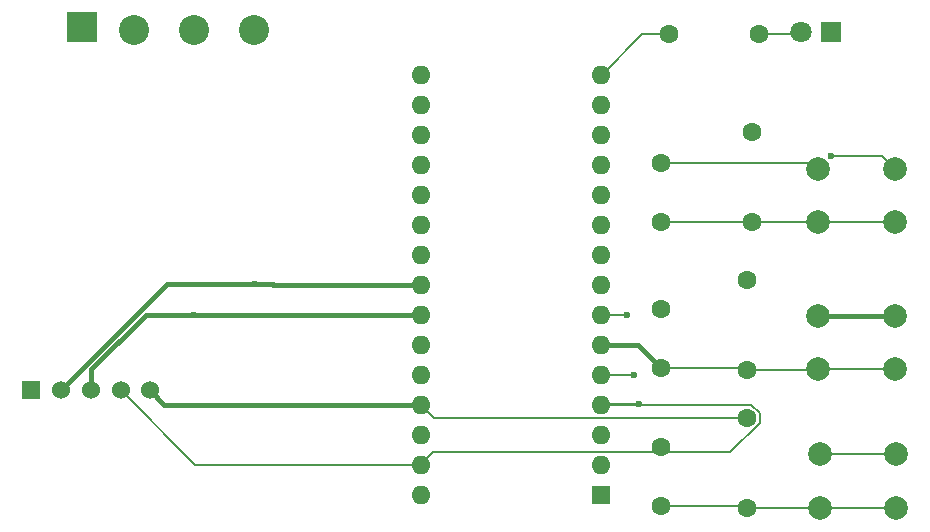
<source format=gbr>
G04 #@! TF.GenerationSoftware,KiCad,Pcbnew,9.0.2*
G04 #@! TF.CreationDate,2025-12-29T14:16:24-08:00*
G04 #@! TF.ProjectId,akshera,616b7368-6572-4612-9e6b-696361645f70,rev?*
G04 #@! TF.SameCoordinates,Original*
G04 #@! TF.FileFunction,Copper,L1,Top*
G04 #@! TF.FilePolarity,Positive*
%FSLAX46Y46*%
G04 Gerber Fmt 4.6, Leading zero omitted, Abs format (unit mm)*
G04 Created by KiCad (PCBNEW 9.0.2) date 2025-12-29 14:16:24*
%MOMM*%
%LPD*%
G01*
G04 APERTURE LIST*
G04 #@! TA.AperFunction,ComponentPad*
%ADD10C,1.524000*%
G04 #@! TD*
G04 #@! TA.AperFunction,ComponentPad*
%ADD11R,1.524000X1.524000*%
G04 #@! TD*
G04 #@! TA.AperFunction,ComponentPad*
%ADD12C,2.540000*%
G04 #@! TD*
G04 #@! TA.AperFunction,ComponentPad*
%ADD13R,2.540000X2.540000*%
G04 #@! TD*
G04 #@! TA.AperFunction,ComponentPad*
%ADD14C,2.000000*%
G04 #@! TD*
G04 #@! TA.AperFunction,ComponentPad*
%ADD15C,1.600000*%
G04 #@! TD*
G04 #@! TA.AperFunction,ComponentPad*
%ADD16C,1.800000*%
G04 #@! TD*
G04 #@! TA.AperFunction,ComponentPad*
%ADD17R,1.800000X1.800000*%
G04 #@! TD*
G04 #@! TA.AperFunction,ComponentPad*
%ADD18O,1.600000X1.600000*%
G04 #@! TD*
G04 #@! TA.AperFunction,ComponentPad*
%ADD19R,1.600000X1.600000*%
G04 #@! TD*
G04 #@! TA.AperFunction,ViaPad*
%ADD20C,0.600000*%
G04 #@! TD*
G04 #@! TA.AperFunction,Conductor*
%ADD21C,0.400000*%
G04 #@! TD*
G04 #@! TA.AperFunction,Conductor*
%ADD22C,0.200000*%
G04 #@! TD*
G04 APERTURE END LIST*
D10*
X143430000Y-92790000D03*
X140930000Y-92790000D03*
X138430000Y-92790000D03*
X135890000Y-92790000D03*
D11*
X133350000Y-92790000D03*
D12*
X152247000Y-62230000D03*
X147167000Y-62230000D03*
X142087000Y-62230000D03*
D13*
X137643000Y-62054000D03*
D14*
X200100000Y-98200000D03*
X206600000Y-98200000D03*
X200100000Y-102700000D03*
X206600000Y-102700000D03*
D15*
X186700000Y-97600000D03*
X186700000Y-102600000D03*
X194000000Y-95100000D03*
X194000000Y-102720000D03*
X186690000Y-90900000D03*
X186690000Y-85900000D03*
X194000000Y-83400000D03*
X194000000Y-91020000D03*
X186700000Y-78500000D03*
X186700000Y-73500000D03*
X194400000Y-70900000D03*
X194400000Y-78520000D03*
X187380000Y-62600000D03*
X195000000Y-62600000D03*
D16*
X198560000Y-62400000D03*
D17*
X201100000Y-62400000D03*
D14*
X206500000Y-78500000D03*
X200000000Y-78500000D03*
X206500000Y-74000000D03*
X200000000Y-74000000D03*
X206500000Y-91000000D03*
X200000000Y-91000000D03*
X206500000Y-86500000D03*
X200000000Y-86500000D03*
D18*
X166370000Y-101600000D03*
X166370000Y-99060000D03*
X166370000Y-96520000D03*
X166370000Y-93980000D03*
X166370000Y-91440000D03*
X166370000Y-88900000D03*
X166370000Y-86360000D03*
X166370000Y-83820000D03*
X166370000Y-81280000D03*
X166370000Y-78740000D03*
X166370000Y-76200000D03*
X166370000Y-73660000D03*
X166370000Y-71120000D03*
X166370000Y-68580000D03*
X166370000Y-66040000D03*
X181610000Y-66040000D03*
X181610000Y-68580000D03*
X181610000Y-71120000D03*
X181610000Y-73660000D03*
X181610000Y-76200000D03*
X181610000Y-78740000D03*
X181610000Y-81280000D03*
X181610000Y-83820000D03*
X181610000Y-86360000D03*
X181610000Y-88900000D03*
X181610000Y-91440000D03*
X181610000Y-93980000D03*
X181610000Y-96520000D03*
X181610000Y-99060000D03*
D19*
X181610000Y-101600000D03*
D20*
X184800000Y-93900000D03*
X201100000Y-72900000D03*
X147160000Y-86360000D03*
X152300000Y-83800000D03*
X183800000Y-86400000D03*
X184400000Y-91500000D03*
D21*
X181610000Y-88900000D02*
X184690000Y-88900000D01*
X184690000Y-88900000D02*
X186690000Y-90900000D01*
X206500000Y-86500000D02*
X200000000Y-86500000D01*
D22*
X166370000Y-99060000D02*
X147200000Y-99060000D01*
X147200000Y-99060000D02*
X140930000Y-92790000D01*
X181610000Y-93980000D02*
X194333812Y-93980000D01*
X194333812Y-93980000D02*
X195028000Y-94674188D01*
X192521812Y-98032000D02*
X167398000Y-98032000D01*
X167398000Y-98032000D02*
X166370000Y-99060000D01*
X195028000Y-94674188D02*
X195028000Y-95525812D01*
X195028000Y-95525812D02*
X192521812Y-98032000D01*
X181690000Y-93900000D02*
X184800000Y-93900000D01*
X181610000Y-93980000D02*
X181690000Y-93900000D01*
X186700000Y-73500000D02*
X199500000Y-73500000D01*
X199500000Y-73500000D02*
X200000000Y-74000000D01*
X200100000Y-98200000D02*
X206600000Y-98200000D01*
D21*
X147160000Y-86360000D02*
X143066704Y-86360000D01*
X138430000Y-90996704D02*
X138430000Y-92790000D01*
X143066704Y-86360000D02*
X138430000Y-90996704D01*
X152300000Y-83800000D02*
X144880000Y-83800000D01*
X144880000Y-83800000D02*
X135890000Y-92790000D01*
X147160000Y-86360000D02*
X166370000Y-86360000D01*
X152300000Y-83800000D02*
X153800000Y-83800000D01*
X153800000Y-83800000D02*
X153820000Y-83820000D01*
X153820000Y-83820000D02*
X166370000Y-83820000D01*
X166370000Y-93980000D02*
X144620000Y-93980000D01*
X144620000Y-93980000D02*
X143430000Y-92790000D01*
D22*
X183760000Y-86360000D02*
X183800000Y-86400000D01*
X181610000Y-86360000D02*
X183760000Y-86360000D01*
X184340000Y-91440000D02*
X184400000Y-91500000D01*
X181610000Y-91440000D02*
X184340000Y-91440000D01*
X195000000Y-62600000D02*
X198360000Y-62600000D01*
X198360000Y-62600000D02*
X198560000Y-62400000D01*
X181610000Y-66040000D02*
X181660000Y-66040000D01*
X181660000Y-66040000D02*
X185100000Y-62600000D01*
X185100000Y-62600000D02*
X187380000Y-62600000D01*
X181610000Y-66010000D02*
X181600000Y-66000000D01*
X181610000Y-66040000D02*
X181610000Y-66010000D01*
X186900000Y-78500000D02*
X186920000Y-78520000D01*
X186920000Y-78520000D02*
X194400000Y-78520000D01*
X186700000Y-78500000D02*
X186900000Y-78500000D01*
X199980000Y-78520000D02*
X200000000Y-78500000D01*
X194400000Y-78520000D02*
X199980000Y-78520000D01*
X200000000Y-78500000D02*
X206500000Y-78500000D01*
X193880000Y-90900000D02*
X194000000Y-91020000D01*
X186690000Y-90900000D02*
X193880000Y-90900000D01*
X199980000Y-91020000D02*
X200000000Y-91000000D01*
X194000000Y-91020000D02*
X199980000Y-91020000D01*
X200000000Y-91000000D02*
X206500000Y-91000000D01*
X193880000Y-102600000D02*
X194000000Y-102720000D01*
X186700000Y-102600000D02*
X193880000Y-102600000D01*
X194020000Y-102720000D02*
X194040000Y-102700000D01*
X194040000Y-102700000D02*
X200100000Y-102700000D01*
X194000000Y-102720000D02*
X194020000Y-102720000D01*
X200100000Y-102700000D02*
X206600000Y-102700000D01*
X167490000Y-95100000D02*
X166370000Y-93980000D01*
X194000000Y-95100000D02*
X167490000Y-95100000D01*
X205400000Y-72900000D02*
X201100000Y-72900000D01*
X206500000Y-74000000D02*
X205400000Y-72900000D01*
M02*

</source>
